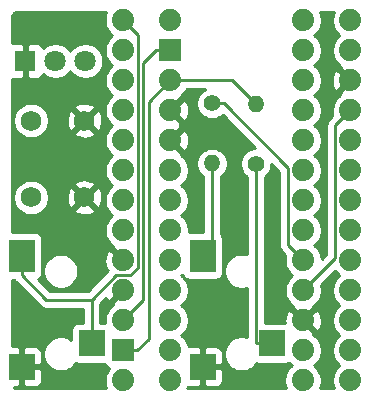
<source format=gbr>
G04 #@! TF.GenerationSoftware,KiCad,Pcbnew,(5.1.5-0-10_14)*
G04 #@! TF.CreationDate,2020-05-24T23:38:13-07:00*
G04 #@! TF.ProjectId,prost-pcb,70726f73-742d-4706-9362-2e6b69636164,0.1.0*
G04 #@! TF.SameCoordinates,Original*
G04 #@! TF.FileFunction,Copper,L2,Bot*
G04 #@! TF.FilePolarity,Positive*
%FSLAX46Y46*%
G04 Gerber Fmt 4.6, Leading zero omitted, Abs format (unit mm)*
G04 Created by KiCad (PCBNEW (5.1.5-0-10_14)) date 2020-05-24 23:38:13*
%MOMM*%
%LPD*%
G04 APERTURE LIST*
%ADD10R,2.200000X2.200000*%
%ADD11R,2.200000X2.800000*%
%ADD12C,1.800000*%
%ADD13R,1.800000X1.800000*%
%ADD14C,1.750000*%
%ADD15C,1.879600*%
%ADD16O,1.400000X1.400000*%
%ADD17C,1.400000*%
%ADD18R,1.879600X1.879600*%
%ADD19C,0.250000*%
%ADD20C,0.254000*%
G04 APERTURE END LIST*
D10*
X155000000Y-114100000D03*
D11*
X149100000Y-106700000D03*
D10*
X149100000Y-116100000D03*
X139700000Y-114100000D03*
D11*
X133800000Y-106700000D03*
D10*
X133800000Y-116100000D03*
D12*
X139180000Y-90200000D03*
X136640000Y-90200000D03*
D13*
X134100000Y-90200000D03*
D14*
X139100000Y-101750000D03*
X139100000Y-95250000D03*
X134600000Y-101750000D03*
X134600000Y-95250000D03*
D15*
X157600000Y-117240000D03*
X142380000Y-117240000D03*
D16*
X153600000Y-93820000D03*
D17*
X153600000Y-98900000D03*
D16*
X149900000Y-98880000D03*
D17*
X149900000Y-93800000D03*
D15*
X157620000Y-114700000D03*
X157620000Y-112160000D03*
X157620000Y-109620000D03*
X157620000Y-107080000D03*
X157620000Y-104540000D03*
X157620000Y-102000000D03*
X157620000Y-99460000D03*
X157620000Y-96920000D03*
X157620000Y-94380000D03*
X157620000Y-91840000D03*
X157620000Y-89300000D03*
X157620000Y-86760000D03*
X142380000Y-86760000D03*
X142380000Y-89300000D03*
X142380000Y-91840000D03*
X142380000Y-94380000D03*
X142380000Y-96920000D03*
X142380000Y-99460000D03*
X142380000Y-102000000D03*
X142380000Y-104540000D03*
X142380000Y-107080000D03*
X142380000Y-109620000D03*
X142380000Y-112160000D03*
D18*
X142380000Y-114700000D03*
D15*
X161620000Y-86760000D03*
X161620000Y-89300000D03*
X161620000Y-91840000D03*
X161620000Y-94380000D03*
X161620000Y-96920000D03*
X161620000Y-99460000D03*
X161620000Y-102000000D03*
X161620000Y-104540000D03*
X161620000Y-107080000D03*
X161620000Y-109620000D03*
X161620000Y-112160000D03*
X161620000Y-114700000D03*
X161620000Y-117240000D03*
X146380000Y-117240000D03*
X146380000Y-114700000D03*
X146380000Y-112160000D03*
X146380000Y-109620000D03*
X146380000Y-107080000D03*
X146380000Y-104540000D03*
X146380000Y-102000000D03*
X146380000Y-99460000D03*
X146380000Y-96920000D03*
X146380000Y-94380000D03*
X146380000Y-91840000D03*
D18*
X146380000Y-89300000D03*
D15*
X146380000Y-86760000D03*
D19*
X153650000Y-114100000D02*
X155000000Y-114100000D01*
X153600000Y-114050000D02*
X153650000Y-114100000D01*
X153600000Y-98900000D02*
X153600000Y-114050000D01*
X149900000Y-105900000D02*
X149100000Y-106700000D01*
X149900000Y-98880000D02*
X149900000Y-105900000D01*
X139700000Y-112750000D02*
X139700000Y-114100000D01*
X141772895Y-108355199D02*
X139700000Y-110428094D01*
X139700000Y-110428094D02*
X139700000Y-112750000D01*
X142976707Y-108355199D02*
X141772895Y-108355199D01*
X143644801Y-107687105D02*
X142976707Y-108355199D01*
X143644801Y-88024801D02*
X143644801Y-107687105D01*
X142380000Y-86760000D02*
X143644801Y-88024801D01*
X135878094Y-110428094D02*
X139700000Y-110428094D01*
X133800000Y-108350000D02*
X135878094Y-110428094D01*
X133800000Y-106700000D02*
X133800000Y-108350000D01*
X158559799Y-108680201D02*
X157620000Y-109620000D01*
X160355199Y-106884801D02*
X158559799Y-108680201D01*
X160355199Y-95644801D02*
X160355199Y-106884801D01*
X161620000Y-94380000D02*
X160355199Y-95644801D01*
X142380000Y-114288094D02*
X142380000Y-114700000D01*
X151620000Y-91840000D02*
X146380000Y-91840000D01*
X153600000Y-93820000D02*
X151620000Y-91840000D01*
X142380000Y-114700000D02*
X143569800Y-114700000D01*
X143569800Y-114700000D02*
X144544821Y-113724979D01*
X144544821Y-93675179D02*
X146380000Y-91840000D01*
X144544821Y-113724979D02*
X144544821Y-93675179D01*
X145190200Y-89300000D02*
X146380000Y-89300000D01*
X144094811Y-90395389D02*
X145190200Y-89300000D01*
X144094811Y-110445189D02*
X144094811Y-90395389D01*
X142380000Y-112160000D02*
X144094811Y-110445189D01*
X156355199Y-105815199D02*
X156680201Y-106140201D01*
X156680201Y-106140201D02*
X157620000Y-107080000D01*
X156355199Y-99265250D02*
X156355199Y-105815199D01*
X150889949Y-93800000D02*
X156355199Y-99265250D01*
X149900000Y-93800000D02*
X150889949Y-93800000D01*
D20*
G36*
X155595199Y-99580052D02*
G01*
X155595200Y-105777867D01*
X155591523Y-105815199D01*
X155606197Y-105964184D01*
X155649653Y-106107445D01*
X155720225Y-106239475D01*
X155787133Y-106321002D01*
X155815199Y-106355200D01*
X155844197Y-106378998D01*
X156102421Y-106637222D01*
X156045200Y-106924896D01*
X156045200Y-107235104D01*
X156105718Y-107539352D01*
X156224430Y-107825948D01*
X156396773Y-108083877D01*
X156616123Y-108303227D01*
X156686124Y-108350000D01*
X156616123Y-108396773D01*
X156396773Y-108616123D01*
X156224430Y-108874052D01*
X156105718Y-109160648D01*
X156045200Y-109464896D01*
X156045200Y-109775104D01*
X156105718Y-110079352D01*
X156224430Y-110365948D01*
X156396773Y-110623877D01*
X156616123Y-110843227D01*
X156752714Y-110934495D01*
X156707129Y-111067524D01*
X157620000Y-111980395D01*
X158532871Y-111067524D01*
X158487286Y-110934495D01*
X158623877Y-110843227D01*
X158843227Y-110623877D01*
X159015570Y-110365948D01*
X159134282Y-110079352D01*
X159194800Y-109775104D01*
X159194800Y-109464896D01*
X159137579Y-109177222D01*
X160330343Y-107984458D01*
X160396773Y-108083877D01*
X160616123Y-108303227D01*
X160686124Y-108350000D01*
X160616123Y-108396773D01*
X160396773Y-108616123D01*
X160224430Y-108874052D01*
X160105718Y-109160648D01*
X160045200Y-109464896D01*
X160045200Y-109775104D01*
X160105718Y-110079352D01*
X160224430Y-110365948D01*
X160396773Y-110623877D01*
X160616123Y-110843227D01*
X160686124Y-110890000D01*
X160616123Y-110936773D01*
X160396773Y-111156123D01*
X160224430Y-111414052D01*
X160105718Y-111700648D01*
X160045200Y-112004896D01*
X160045200Y-112315104D01*
X160105718Y-112619352D01*
X160224430Y-112905948D01*
X160396773Y-113163877D01*
X160616123Y-113383227D01*
X160686124Y-113430000D01*
X160616123Y-113476773D01*
X160396773Y-113696123D01*
X160224430Y-113954052D01*
X160105718Y-114240648D01*
X160045200Y-114544896D01*
X160045200Y-114855104D01*
X160105718Y-115159352D01*
X160224430Y-115445948D01*
X160396773Y-115703877D01*
X160616123Y-115923227D01*
X160686124Y-115970000D01*
X160616123Y-116016773D01*
X160396773Y-116236123D01*
X160224430Y-116494052D01*
X160105718Y-116780648D01*
X160045200Y-117084896D01*
X160045200Y-117395104D01*
X160105718Y-117699352D01*
X160190900Y-117905000D01*
X159029100Y-117905000D01*
X159114282Y-117699352D01*
X159174800Y-117395104D01*
X159174800Y-117084896D01*
X159114282Y-116780648D01*
X158995570Y-116494052D01*
X158823227Y-116236123D01*
X158603877Y-116016773D01*
X158543876Y-115976682D01*
X158623877Y-115923227D01*
X158843227Y-115703877D01*
X159015570Y-115445948D01*
X159134282Y-115159352D01*
X159194800Y-114855104D01*
X159194800Y-114544896D01*
X159134282Y-114240648D01*
X159015570Y-113954052D01*
X158843227Y-113696123D01*
X158623877Y-113476773D01*
X158487286Y-113385505D01*
X158532871Y-113252476D01*
X157620000Y-112339605D01*
X157605858Y-112353748D01*
X157426253Y-112174143D01*
X157440395Y-112160000D01*
X157799605Y-112160000D01*
X158712476Y-113072871D01*
X158970723Y-112984377D01*
X159105597Y-112705024D01*
X159183381Y-112404725D01*
X159201084Y-112095023D01*
X159158027Y-111787816D01*
X159055865Y-111494914D01*
X158970723Y-111335623D01*
X158712476Y-111247129D01*
X157799605Y-112160000D01*
X157440395Y-112160000D01*
X156527524Y-111247129D01*
X156269277Y-111335623D01*
X156134403Y-111614976D01*
X156056619Y-111915275D01*
X156038916Y-112224977D01*
X156058111Y-112361928D01*
X154360000Y-112361928D01*
X154360000Y-99997775D01*
X154451013Y-99936962D01*
X154636962Y-99751013D01*
X154783061Y-99532359D01*
X154883696Y-99289405D01*
X154935000Y-99031486D01*
X154935000Y-98919853D01*
X155595199Y-99580052D01*
G37*
X155595199Y-99580052D02*
X155595200Y-105777867D01*
X155591523Y-105815199D01*
X155606197Y-105964184D01*
X155649653Y-106107445D01*
X155720225Y-106239475D01*
X155787133Y-106321002D01*
X155815199Y-106355200D01*
X155844197Y-106378998D01*
X156102421Y-106637222D01*
X156045200Y-106924896D01*
X156045200Y-107235104D01*
X156105718Y-107539352D01*
X156224430Y-107825948D01*
X156396773Y-108083877D01*
X156616123Y-108303227D01*
X156686124Y-108350000D01*
X156616123Y-108396773D01*
X156396773Y-108616123D01*
X156224430Y-108874052D01*
X156105718Y-109160648D01*
X156045200Y-109464896D01*
X156045200Y-109775104D01*
X156105718Y-110079352D01*
X156224430Y-110365948D01*
X156396773Y-110623877D01*
X156616123Y-110843227D01*
X156752714Y-110934495D01*
X156707129Y-111067524D01*
X157620000Y-111980395D01*
X158532871Y-111067524D01*
X158487286Y-110934495D01*
X158623877Y-110843227D01*
X158843227Y-110623877D01*
X159015570Y-110365948D01*
X159134282Y-110079352D01*
X159194800Y-109775104D01*
X159194800Y-109464896D01*
X159137579Y-109177222D01*
X160330343Y-107984458D01*
X160396773Y-108083877D01*
X160616123Y-108303227D01*
X160686124Y-108350000D01*
X160616123Y-108396773D01*
X160396773Y-108616123D01*
X160224430Y-108874052D01*
X160105718Y-109160648D01*
X160045200Y-109464896D01*
X160045200Y-109775104D01*
X160105718Y-110079352D01*
X160224430Y-110365948D01*
X160396773Y-110623877D01*
X160616123Y-110843227D01*
X160686124Y-110890000D01*
X160616123Y-110936773D01*
X160396773Y-111156123D01*
X160224430Y-111414052D01*
X160105718Y-111700648D01*
X160045200Y-112004896D01*
X160045200Y-112315104D01*
X160105718Y-112619352D01*
X160224430Y-112905948D01*
X160396773Y-113163877D01*
X160616123Y-113383227D01*
X160686124Y-113430000D01*
X160616123Y-113476773D01*
X160396773Y-113696123D01*
X160224430Y-113954052D01*
X160105718Y-114240648D01*
X160045200Y-114544896D01*
X160045200Y-114855104D01*
X160105718Y-115159352D01*
X160224430Y-115445948D01*
X160396773Y-115703877D01*
X160616123Y-115923227D01*
X160686124Y-115970000D01*
X160616123Y-116016773D01*
X160396773Y-116236123D01*
X160224430Y-116494052D01*
X160105718Y-116780648D01*
X160045200Y-117084896D01*
X160045200Y-117395104D01*
X160105718Y-117699352D01*
X160190900Y-117905000D01*
X159029100Y-117905000D01*
X159114282Y-117699352D01*
X159174800Y-117395104D01*
X159174800Y-117084896D01*
X159114282Y-116780648D01*
X158995570Y-116494052D01*
X158823227Y-116236123D01*
X158603877Y-116016773D01*
X158543876Y-115976682D01*
X158623877Y-115923227D01*
X158843227Y-115703877D01*
X159015570Y-115445948D01*
X159134282Y-115159352D01*
X159194800Y-114855104D01*
X159194800Y-114544896D01*
X159134282Y-114240648D01*
X159015570Y-113954052D01*
X158843227Y-113696123D01*
X158623877Y-113476773D01*
X158487286Y-113385505D01*
X158532871Y-113252476D01*
X157620000Y-112339605D01*
X157605858Y-112353748D01*
X157426253Y-112174143D01*
X157440395Y-112160000D01*
X157799605Y-112160000D01*
X158712476Y-113072871D01*
X158970723Y-112984377D01*
X159105597Y-112705024D01*
X159183381Y-112404725D01*
X159201084Y-112095023D01*
X159158027Y-111787816D01*
X159055865Y-111494914D01*
X158970723Y-111335623D01*
X158712476Y-111247129D01*
X157799605Y-112160000D01*
X157440395Y-112160000D01*
X156527524Y-111247129D01*
X156269277Y-111335623D01*
X156134403Y-111614976D01*
X156056619Y-111915275D01*
X156038916Y-112224977D01*
X156058111Y-112361928D01*
X154360000Y-112361928D01*
X154360000Y-99997775D01*
X154451013Y-99936962D01*
X154636962Y-99751013D01*
X154783061Y-99532359D01*
X154883696Y-99289405D01*
X154935000Y-99031486D01*
X154935000Y-98919853D01*
X155595199Y-99580052D01*
G36*
X133165026Y-108774276D02*
G01*
X133210090Y-108829186D01*
X133260000Y-108890001D01*
X133288998Y-108913799D01*
X135314295Y-110939097D01*
X135338093Y-110968095D01*
X135453818Y-111063068D01*
X135585847Y-111133640D01*
X135729108Y-111177097D01*
X135840761Y-111188094D01*
X135840769Y-111188094D01*
X135878094Y-111191770D01*
X135915419Y-111188094D01*
X138940000Y-111188094D01*
X138940001Y-112361928D01*
X138600000Y-112361928D01*
X138475518Y-112374188D01*
X138355820Y-112410498D01*
X138245506Y-112469463D01*
X138148815Y-112548815D01*
X138069463Y-112645506D01*
X138010498Y-112755820D01*
X137974188Y-112875518D01*
X137961928Y-113000000D01*
X137961928Y-113789928D01*
X137803411Y-113684010D01*
X137533158Y-113572068D01*
X137246260Y-113515000D01*
X136953740Y-113515000D01*
X136666842Y-113572068D01*
X136396589Y-113684010D01*
X136153368Y-113846525D01*
X135946525Y-114053368D01*
X135784010Y-114296589D01*
X135672068Y-114566842D01*
X135615000Y-114853740D01*
X135615000Y-115146260D01*
X135672068Y-115433158D01*
X135784010Y-115703411D01*
X135946525Y-115946632D01*
X136153368Y-116153475D01*
X136396589Y-116315990D01*
X136666842Y-116427932D01*
X136953740Y-116485000D01*
X137246260Y-116485000D01*
X137533158Y-116427932D01*
X137803411Y-116315990D01*
X138046632Y-116153475D01*
X138253475Y-115946632D01*
X138358020Y-115790169D01*
X138475518Y-115825812D01*
X138600000Y-115838072D01*
X140800000Y-115838072D01*
X140835705Y-115834555D01*
X140850698Y-115883980D01*
X140909663Y-115994294D01*
X140989015Y-116090985D01*
X141085706Y-116170337D01*
X141174889Y-116218007D01*
X141156773Y-116236123D01*
X140984430Y-116494052D01*
X140865718Y-116780648D01*
X140805200Y-117084896D01*
X140805200Y-117395104D01*
X140865718Y-117699352D01*
X140950900Y-117905000D01*
X133333991Y-117905000D01*
X133241406Y-117895922D01*
X133185044Y-117878905D01*
X133133057Y-117851263D01*
X133114963Y-117836506D01*
X133514250Y-117835000D01*
X133673000Y-117676250D01*
X133673000Y-116227000D01*
X133927000Y-116227000D01*
X133927000Y-117676250D01*
X134085750Y-117835000D01*
X134900000Y-117838072D01*
X135024482Y-117825812D01*
X135144180Y-117789502D01*
X135254494Y-117730537D01*
X135351185Y-117651185D01*
X135430537Y-117554494D01*
X135489502Y-117444180D01*
X135525812Y-117324482D01*
X135538072Y-117200000D01*
X135535000Y-116385750D01*
X135376250Y-116227000D01*
X133927000Y-116227000D01*
X133673000Y-116227000D01*
X133653000Y-116227000D01*
X133653000Y-115973000D01*
X133673000Y-115973000D01*
X133673000Y-114523750D01*
X133927000Y-114523750D01*
X133927000Y-115973000D01*
X135376250Y-115973000D01*
X135535000Y-115814250D01*
X135538072Y-115000000D01*
X135525812Y-114875518D01*
X135489502Y-114755820D01*
X135430537Y-114645506D01*
X135351185Y-114548815D01*
X135254494Y-114469463D01*
X135144180Y-114410498D01*
X135024482Y-114374188D01*
X134900000Y-114361928D01*
X134085750Y-114365000D01*
X133927000Y-114523750D01*
X133673000Y-114523750D01*
X133514250Y-114365000D01*
X132995000Y-114363041D01*
X132995000Y-108738072D01*
X133145674Y-108738072D01*
X133165026Y-108774276D01*
G37*
X133165026Y-108774276D02*
X133210090Y-108829186D01*
X133260000Y-108890001D01*
X133288998Y-108913799D01*
X135314295Y-110939097D01*
X135338093Y-110968095D01*
X135453818Y-111063068D01*
X135585847Y-111133640D01*
X135729108Y-111177097D01*
X135840761Y-111188094D01*
X135840769Y-111188094D01*
X135878094Y-111191770D01*
X135915419Y-111188094D01*
X138940000Y-111188094D01*
X138940001Y-112361928D01*
X138600000Y-112361928D01*
X138475518Y-112374188D01*
X138355820Y-112410498D01*
X138245506Y-112469463D01*
X138148815Y-112548815D01*
X138069463Y-112645506D01*
X138010498Y-112755820D01*
X137974188Y-112875518D01*
X137961928Y-113000000D01*
X137961928Y-113789928D01*
X137803411Y-113684010D01*
X137533158Y-113572068D01*
X137246260Y-113515000D01*
X136953740Y-113515000D01*
X136666842Y-113572068D01*
X136396589Y-113684010D01*
X136153368Y-113846525D01*
X135946525Y-114053368D01*
X135784010Y-114296589D01*
X135672068Y-114566842D01*
X135615000Y-114853740D01*
X135615000Y-115146260D01*
X135672068Y-115433158D01*
X135784010Y-115703411D01*
X135946525Y-115946632D01*
X136153368Y-116153475D01*
X136396589Y-116315990D01*
X136666842Y-116427932D01*
X136953740Y-116485000D01*
X137246260Y-116485000D01*
X137533158Y-116427932D01*
X137803411Y-116315990D01*
X138046632Y-116153475D01*
X138253475Y-115946632D01*
X138358020Y-115790169D01*
X138475518Y-115825812D01*
X138600000Y-115838072D01*
X140800000Y-115838072D01*
X140835705Y-115834555D01*
X140850698Y-115883980D01*
X140909663Y-115994294D01*
X140989015Y-116090985D01*
X141085706Y-116170337D01*
X141174889Y-116218007D01*
X141156773Y-116236123D01*
X140984430Y-116494052D01*
X140865718Y-116780648D01*
X140805200Y-117084896D01*
X140805200Y-117395104D01*
X140865718Y-117699352D01*
X140950900Y-117905000D01*
X133333991Y-117905000D01*
X133241406Y-117895922D01*
X133185044Y-117878905D01*
X133133057Y-117851263D01*
X133114963Y-117836506D01*
X133514250Y-117835000D01*
X133673000Y-117676250D01*
X133673000Y-116227000D01*
X133927000Y-116227000D01*
X133927000Y-117676250D01*
X134085750Y-117835000D01*
X134900000Y-117838072D01*
X135024482Y-117825812D01*
X135144180Y-117789502D01*
X135254494Y-117730537D01*
X135351185Y-117651185D01*
X135430537Y-117554494D01*
X135489502Y-117444180D01*
X135525812Y-117324482D01*
X135538072Y-117200000D01*
X135535000Y-116385750D01*
X135376250Y-116227000D01*
X133927000Y-116227000D01*
X133673000Y-116227000D01*
X133653000Y-116227000D01*
X133653000Y-115973000D01*
X133673000Y-115973000D01*
X133673000Y-114523750D01*
X133927000Y-114523750D01*
X133927000Y-115973000D01*
X135376250Y-115973000D01*
X135535000Y-115814250D01*
X135538072Y-115000000D01*
X135525812Y-114875518D01*
X135489502Y-114755820D01*
X135430537Y-114645506D01*
X135351185Y-114548815D01*
X135254494Y-114469463D01*
X135144180Y-114410498D01*
X135024482Y-114374188D01*
X134900000Y-114361928D01*
X134085750Y-114365000D01*
X133927000Y-114523750D01*
X133673000Y-114523750D01*
X133514250Y-114365000D01*
X132995000Y-114363041D01*
X132995000Y-108738072D01*
X133145674Y-108738072D01*
X133165026Y-108774276D01*
G36*
X149267641Y-92616939D02*
G01*
X149048987Y-92763038D01*
X148863038Y-92948987D01*
X148716939Y-93167641D01*
X148616304Y-93410595D01*
X148565000Y-93668514D01*
X148565000Y-93931486D01*
X148616304Y-94189405D01*
X148716939Y-94432359D01*
X148863038Y-94651013D01*
X149048987Y-94836962D01*
X149267641Y-94983061D01*
X149510595Y-95083696D01*
X149768514Y-95135000D01*
X150031486Y-95135000D01*
X150289405Y-95083696D01*
X150532359Y-94983061D01*
X150751013Y-94836962D01*
X150801561Y-94786414D01*
X153580147Y-97565000D01*
X153468514Y-97565000D01*
X153210595Y-97616304D01*
X152967641Y-97716939D01*
X152748987Y-97863038D01*
X152563038Y-98048987D01*
X152416939Y-98267641D01*
X152316304Y-98510595D01*
X152265000Y-98768514D01*
X152265000Y-99031486D01*
X152316304Y-99289405D01*
X152416939Y-99532359D01*
X152563038Y-99751013D01*
X152748987Y-99936962D01*
X152840000Y-99997775D01*
X152840001Y-106574902D01*
X152833158Y-106572068D01*
X152546260Y-106515000D01*
X152253740Y-106515000D01*
X151966842Y-106572068D01*
X151696589Y-106684010D01*
X151453368Y-106846525D01*
X151246525Y-107053368D01*
X151084010Y-107296589D01*
X150972068Y-107566842D01*
X150915000Y-107853740D01*
X150915000Y-108146260D01*
X150972068Y-108433158D01*
X151084010Y-108703411D01*
X151246525Y-108946632D01*
X151453368Y-109153475D01*
X151696589Y-109315990D01*
X151966842Y-109427932D01*
X152253740Y-109485000D01*
X152546260Y-109485000D01*
X152833158Y-109427932D01*
X152840001Y-109425098D01*
X152840001Y-113574902D01*
X152833158Y-113572068D01*
X152546260Y-113515000D01*
X152253740Y-113515000D01*
X151966842Y-113572068D01*
X151696589Y-113684010D01*
X151453368Y-113846525D01*
X151246525Y-114053368D01*
X151084010Y-114296589D01*
X150972068Y-114566842D01*
X150915000Y-114853740D01*
X150915000Y-115146260D01*
X150972068Y-115433158D01*
X151084010Y-115703411D01*
X151246525Y-115946632D01*
X151453368Y-116153475D01*
X151696589Y-116315990D01*
X151966842Y-116427932D01*
X152253740Y-116485000D01*
X152546260Y-116485000D01*
X152833158Y-116427932D01*
X153103411Y-116315990D01*
X153346632Y-116153475D01*
X153553475Y-115946632D01*
X153658020Y-115790169D01*
X153775518Y-115825812D01*
X153900000Y-115838072D01*
X156100000Y-115838072D01*
X156224482Y-115825812D01*
X156344180Y-115789502D01*
X156434252Y-115741356D01*
X156616123Y-115923227D01*
X156676124Y-115963318D01*
X156596123Y-116016773D01*
X156376773Y-116236123D01*
X156204430Y-116494052D01*
X156085718Y-116780648D01*
X156025200Y-117084896D01*
X156025200Y-117395104D01*
X156085718Y-117699352D01*
X156170900Y-117905000D01*
X147809100Y-117905000D01*
X147845653Y-117816753D01*
X147875518Y-117825812D01*
X148000000Y-117838072D01*
X148814250Y-117835000D01*
X148973000Y-117676250D01*
X148973000Y-116227000D01*
X149227000Y-116227000D01*
X149227000Y-117676250D01*
X149385750Y-117835000D01*
X150200000Y-117838072D01*
X150324482Y-117825812D01*
X150444180Y-117789502D01*
X150554494Y-117730537D01*
X150651185Y-117651185D01*
X150730537Y-117554494D01*
X150789502Y-117444180D01*
X150825812Y-117324482D01*
X150838072Y-117200000D01*
X150835000Y-116385750D01*
X150676250Y-116227000D01*
X149227000Y-116227000D01*
X148973000Y-116227000D01*
X148953000Y-116227000D01*
X148953000Y-115973000D01*
X148973000Y-115973000D01*
X148973000Y-114523750D01*
X149227000Y-114523750D01*
X149227000Y-115973000D01*
X150676250Y-115973000D01*
X150835000Y-115814250D01*
X150838072Y-115000000D01*
X150825812Y-114875518D01*
X150789502Y-114755820D01*
X150730537Y-114645506D01*
X150651185Y-114548815D01*
X150554494Y-114469463D01*
X150444180Y-114410498D01*
X150324482Y-114374188D01*
X150200000Y-114361928D01*
X149385750Y-114365000D01*
X149227000Y-114523750D01*
X148973000Y-114523750D01*
X148814250Y-114365000D01*
X148000000Y-114361928D01*
X147919974Y-114369810D01*
X147894282Y-114240648D01*
X147775570Y-113954052D01*
X147603227Y-113696123D01*
X147383877Y-113476773D01*
X147313876Y-113430000D01*
X147383877Y-113383227D01*
X147603227Y-113163877D01*
X147775570Y-112905948D01*
X147894282Y-112619352D01*
X147954800Y-112315104D01*
X147954800Y-112004896D01*
X147894282Y-111700648D01*
X147775570Y-111414052D01*
X147603227Y-111156123D01*
X147383877Y-110936773D01*
X147313876Y-110890000D01*
X147383877Y-110843227D01*
X147603227Y-110623877D01*
X147775570Y-110365948D01*
X147894282Y-110079352D01*
X147954800Y-109775104D01*
X147954800Y-109464896D01*
X147894282Y-109160648D01*
X147775570Y-108874052D01*
X147603227Y-108616123D01*
X147383877Y-108396773D01*
X147313876Y-108350000D01*
X147383877Y-108303227D01*
X147394771Y-108292333D01*
X147410498Y-108344180D01*
X147469463Y-108454494D01*
X147548815Y-108551185D01*
X147645506Y-108630537D01*
X147755820Y-108689502D01*
X147875518Y-108725812D01*
X148000000Y-108738072D01*
X150200000Y-108738072D01*
X150324482Y-108725812D01*
X150444180Y-108689502D01*
X150554494Y-108630537D01*
X150651185Y-108551185D01*
X150730537Y-108454494D01*
X150789502Y-108344180D01*
X150825812Y-108224482D01*
X150838072Y-108100000D01*
X150838072Y-105300000D01*
X150825812Y-105175518D01*
X150789502Y-105055820D01*
X150730537Y-104945506D01*
X150660000Y-104859556D01*
X150660000Y-99977775D01*
X150751013Y-99916962D01*
X150936962Y-99731013D01*
X151083061Y-99512359D01*
X151183696Y-99269405D01*
X151235000Y-99011486D01*
X151235000Y-98748514D01*
X151183696Y-98490595D01*
X151083061Y-98247641D01*
X150936962Y-98028987D01*
X150751013Y-97843038D01*
X150532359Y-97696939D01*
X150289405Y-97596304D01*
X150031486Y-97545000D01*
X149768514Y-97545000D01*
X149510595Y-97596304D01*
X149267641Y-97696939D01*
X149048987Y-97843038D01*
X148863038Y-98028987D01*
X148716939Y-98247641D01*
X148616304Y-98490595D01*
X148565000Y-98748514D01*
X148565000Y-99011486D01*
X148616304Y-99269405D01*
X148716939Y-99512359D01*
X148863038Y-99731013D01*
X149048987Y-99916962D01*
X149140000Y-99977775D01*
X149140001Y-104661928D01*
X148000000Y-104661928D01*
X147954800Y-104666380D01*
X147954800Y-104384896D01*
X147894282Y-104080648D01*
X147775570Y-103794052D01*
X147603227Y-103536123D01*
X147383877Y-103316773D01*
X147313876Y-103270000D01*
X147383877Y-103223227D01*
X147603227Y-103003877D01*
X147775570Y-102745948D01*
X147894282Y-102459352D01*
X147954800Y-102155104D01*
X147954800Y-101844896D01*
X147894282Y-101540648D01*
X147775570Y-101254052D01*
X147603227Y-100996123D01*
X147383877Y-100776773D01*
X147313876Y-100730000D01*
X147383877Y-100683227D01*
X147603227Y-100463877D01*
X147775570Y-100205948D01*
X147894282Y-99919352D01*
X147954800Y-99615104D01*
X147954800Y-99304896D01*
X147894282Y-99000648D01*
X147775570Y-98714052D01*
X147603227Y-98456123D01*
X147383877Y-98236773D01*
X147247286Y-98145505D01*
X147292871Y-98012476D01*
X146380000Y-97099605D01*
X146365858Y-97113748D01*
X146186253Y-96934143D01*
X146200395Y-96920000D01*
X146559605Y-96920000D01*
X147472476Y-97832871D01*
X147730723Y-97744377D01*
X147865597Y-97465024D01*
X147943381Y-97164725D01*
X147961084Y-96855023D01*
X147918027Y-96547816D01*
X147815865Y-96254914D01*
X147730723Y-96095623D01*
X147472476Y-96007129D01*
X146559605Y-96920000D01*
X146200395Y-96920000D01*
X146186253Y-96905858D01*
X146365858Y-96726253D01*
X146380000Y-96740395D01*
X147292871Y-95827524D01*
X147232039Y-95650000D01*
X147292871Y-95472476D01*
X146380000Y-94559605D01*
X146365858Y-94573748D01*
X146186253Y-94394143D01*
X146200395Y-94380000D01*
X146559605Y-94380000D01*
X147472476Y-95292871D01*
X147730723Y-95204377D01*
X147865597Y-94925024D01*
X147943381Y-94624725D01*
X147961084Y-94315023D01*
X147918027Y-94007816D01*
X147815865Y-93714914D01*
X147730723Y-93555623D01*
X147472476Y-93467129D01*
X146559605Y-94380000D01*
X146200395Y-94380000D01*
X146186253Y-94365858D01*
X146365858Y-94186253D01*
X146380000Y-94200395D01*
X147292871Y-93287524D01*
X147247286Y-93154495D01*
X147383877Y-93063227D01*
X147603227Y-92843877D01*
X147766181Y-92600000D01*
X149308535Y-92600000D01*
X149267641Y-92616939D01*
G37*
X149267641Y-92616939D02*
X149048987Y-92763038D01*
X148863038Y-92948987D01*
X148716939Y-93167641D01*
X148616304Y-93410595D01*
X148565000Y-93668514D01*
X148565000Y-93931486D01*
X148616304Y-94189405D01*
X148716939Y-94432359D01*
X148863038Y-94651013D01*
X149048987Y-94836962D01*
X149267641Y-94983061D01*
X149510595Y-95083696D01*
X149768514Y-95135000D01*
X150031486Y-95135000D01*
X150289405Y-95083696D01*
X150532359Y-94983061D01*
X150751013Y-94836962D01*
X150801561Y-94786414D01*
X153580147Y-97565000D01*
X153468514Y-97565000D01*
X153210595Y-97616304D01*
X152967641Y-97716939D01*
X152748987Y-97863038D01*
X152563038Y-98048987D01*
X152416939Y-98267641D01*
X152316304Y-98510595D01*
X152265000Y-98768514D01*
X152265000Y-99031486D01*
X152316304Y-99289405D01*
X152416939Y-99532359D01*
X152563038Y-99751013D01*
X152748987Y-99936962D01*
X152840000Y-99997775D01*
X152840001Y-106574902D01*
X152833158Y-106572068D01*
X152546260Y-106515000D01*
X152253740Y-106515000D01*
X151966842Y-106572068D01*
X151696589Y-106684010D01*
X151453368Y-106846525D01*
X151246525Y-107053368D01*
X151084010Y-107296589D01*
X150972068Y-107566842D01*
X150915000Y-107853740D01*
X150915000Y-108146260D01*
X150972068Y-108433158D01*
X151084010Y-108703411D01*
X151246525Y-108946632D01*
X151453368Y-109153475D01*
X151696589Y-109315990D01*
X151966842Y-109427932D01*
X152253740Y-109485000D01*
X152546260Y-109485000D01*
X152833158Y-109427932D01*
X152840001Y-109425098D01*
X152840001Y-113574902D01*
X152833158Y-113572068D01*
X152546260Y-113515000D01*
X152253740Y-113515000D01*
X151966842Y-113572068D01*
X151696589Y-113684010D01*
X151453368Y-113846525D01*
X151246525Y-114053368D01*
X151084010Y-114296589D01*
X150972068Y-114566842D01*
X150915000Y-114853740D01*
X150915000Y-115146260D01*
X150972068Y-115433158D01*
X151084010Y-115703411D01*
X151246525Y-115946632D01*
X151453368Y-116153475D01*
X151696589Y-116315990D01*
X151966842Y-116427932D01*
X152253740Y-116485000D01*
X152546260Y-116485000D01*
X152833158Y-116427932D01*
X153103411Y-116315990D01*
X153346632Y-116153475D01*
X153553475Y-115946632D01*
X153658020Y-115790169D01*
X153775518Y-115825812D01*
X153900000Y-115838072D01*
X156100000Y-115838072D01*
X156224482Y-115825812D01*
X156344180Y-115789502D01*
X156434252Y-115741356D01*
X156616123Y-115923227D01*
X156676124Y-115963318D01*
X156596123Y-116016773D01*
X156376773Y-116236123D01*
X156204430Y-116494052D01*
X156085718Y-116780648D01*
X156025200Y-117084896D01*
X156025200Y-117395104D01*
X156085718Y-117699352D01*
X156170900Y-117905000D01*
X147809100Y-117905000D01*
X147845653Y-117816753D01*
X147875518Y-117825812D01*
X148000000Y-117838072D01*
X148814250Y-117835000D01*
X148973000Y-117676250D01*
X148973000Y-116227000D01*
X149227000Y-116227000D01*
X149227000Y-117676250D01*
X149385750Y-117835000D01*
X150200000Y-117838072D01*
X150324482Y-117825812D01*
X150444180Y-117789502D01*
X150554494Y-117730537D01*
X150651185Y-117651185D01*
X150730537Y-117554494D01*
X150789502Y-117444180D01*
X150825812Y-117324482D01*
X150838072Y-117200000D01*
X150835000Y-116385750D01*
X150676250Y-116227000D01*
X149227000Y-116227000D01*
X148973000Y-116227000D01*
X148953000Y-116227000D01*
X148953000Y-115973000D01*
X148973000Y-115973000D01*
X148973000Y-114523750D01*
X149227000Y-114523750D01*
X149227000Y-115973000D01*
X150676250Y-115973000D01*
X150835000Y-115814250D01*
X150838072Y-115000000D01*
X150825812Y-114875518D01*
X150789502Y-114755820D01*
X150730537Y-114645506D01*
X150651185Y-114548815D01*
X150554494Y-114469463D01*
X150444180Y-114410498D01*
X150324482Y-114374188D01*
X150200000Y-114361928D01*
X149385750Y-114365000D01*
X149227000Y-114523750D01*
X148973000Y-114523750D01*
X148814250Y-114365000D01*
X148000000Y-114361928D01*
X147919974Y-114369810D01*
X147894282Y-114240648D01*
X147775570Y-113954052D01*
X147603227Y-113696123D01*
X147383877Y-113476773D01*
X147313876Y-113430000D01*
X147383877Y-113383227D01*
X147603227Y-113163877D01*
X147775570Y-112905948D01*
X147894282Y-112619352D01*
X147954800Y-112315104D01*
X147954800Y-112004896D01*
X147894282Y-111700648D01*
X147775570Y-111414052D01*
X147603227Y-111156123D01*
X147383877Y-110936773D01*
X147313876Y-110890000D01*
X147383877Y-110843227D01*
X147603227Y-110623877D01*
X147775570Y-110365948D01*
X147894282Y-110079352D01*
X147954800Y-109775104D01*
X147954800Y-109464896D01*
X147894282Y-109160648D01*
X147775570Y-108874052D01*
X147603227Y-108616123D01*
X147383877Y-108396773D01*
X147313876Y-108350000D01*
X147383877Y-108303227D01*
X147394771Y-108292333D01*
X147410498Y-108344180D01*
X147469463Y-108454494D01*
X147548815Y-108551185D01*
X147645506Y-108630537D01*
X147755820Y-108689502D01*
X147875518Y-108725812D01*
X148000000Y-108738072D01*
X150200000Y-108738072D01*
X150324482Y-108725812D01*
X150444180Y-108689502D01*
X150554494Y-108630537D01*
X150651185Y-108551185D01*
X150730537Y-108454494D01*
X150789502Y-108344180D01*
X150825812Y-108224482D01*
X150838072Y-108100000D01*
X150838072Y-105300000D01*
X150825812Y-105175518D01*
X150789502Y-105055820D01*
X150730537Y-104945506D01*
X150660000Y-104859556D01*
X150660000Y-99977775D01*
X150751013Y-99916962D01*
X150936962Y-99731013D01*
X151083061Y-99512359D01*
X151183696Y-99269405D01*
X151235000Y-99011486D01*
X151235000Y-98748514D01*
X151183696Y-98490595D01*
X151083061Y-98247641D01*
X150936962Y-98028987D01*
X150751013Y-97843038D01*
X150532359Y-97696939D01*
X150289405Y-97596304D01*
X150031486Y-97545000D01*
X149768514Y-97545000D01*
X149510595Y-97596304D01*
X149267641Y-97696939D01*
X149048987Y-97843038D01*
X148863038Y-98028987D01*
X148716939Y-98247641D01*
X148616304Y-98490595D01*
X148565000Y-98748514D01*
X148565000Y-99011486D01*
X148616304Y-99269405D01*
X148716939Y-99512359D01*
X148863038Y-99731013D01*
X149048987Y-99916962D01*
X149140000Y-99977775D01*
X149140001Y-104661928D01*
X148000000Y-104661928D01*
X147954800Y-104666380D01*
X147954800Y-104384896D01*
X147894282Y-104080648D01*
X147775570Y-103794052D01*
X147603227Y-103536123D01*
X147383877Y-103316773D01*
X147313876Y-103270000D01*
X147383877Y-103223227D01*
X147603227Y-103003877D01*
X147775570Y-102745948D01*
X147894282Y-102459352D01*
X147954800Y-102155104D01*
X147954800Y-101844896D01*
X147894282Y-101540648D01*
X147775570Y-101254052D01*
X147603227Y-100996123D01*
X147383877Y-100776773D01*
X147313876Y-100730000D01*
X147383877Y-100683227D01*
X147603227Y-100463877D01*
X147775570Y-100205948D01*
X147894282Y-99919352D01*
X147954800Y-99615104D01*
X147954800Y-99304896D01*
X147894282Y-99000648D01*
X147775570Y-98714052D01*
X147603227Y-98456123D01*
X147383877Y-98236773D01*
X147247286Y-98145505D01*
X147292871Y-98012476D01*
X146380000Y-97099605D01*
X146365858Y-97113748D01*
X146186253Y-96934143D01*
X146200395Y-96920000D01*
X146559605Y-96920000D01*
X147472476Y-97832871D01*
X147730723Y-97744377D01*
X147865597Y-97465024D01*
X147943381Y-97164725D01*
X147961084Y-96855023D01*
X147918027Y-96547816D01*
X147815865Y-96254914D01*
X147730723Y-96095623D01*
X147472476Y-96007129D01*
X146559605Y-96920000D01*
X146200395Y-96920000D01*
X146186253Y-96905858D01*
X146365858Y-96726253D01*
X146380000Y-96740395D01*
X147292871Y-95827524D01*
X147232039Y-95650000D01*
X147292871Y-95472476D01*
X146380000Y-94559605D01*
X146365858Y-94573748D01*
X146186253Y-94394143D01*
X146200395Y-94380000D01*
X146559605Y-94380000D01*
X147472476Y-95292871D01*
X147730723Y-95204377D01*
X147865597Y-94925024D01*
X147943381Y-94624725D01*
X147961084Y-94315023D01*
X147918027Y-94007816D01*
X147815865Y-93714914D01*
X147730723Y-93555623D01*
X147472476Y-93467129D01*
X146559605Y-94380000D01*
X146200395Y-94380000D01*
X146186253Y-94365858D01*
X146365858Y-94186253D01*
X146380000Y-94200395D01*
X147292871Y-93287524D01*
X147247286Y-93154495D01*
X147383877Y-93063227D01*
X147603227Y-92843877D01*
X147766181Y-92600000D01*
X149308535Y-92600000D01*
X149267641Y-92616939D01*
G36*
X142573748Y-109605858D02*
G01*
X142559605Y-109620000D01*
X142573748Y-109634143D01*
X142394143Y-109813748D01*
X142380000Y-109799605D01*
X141467129Y-110712476D01*
X141512714Y-110845505D01*
X141376123Y-110936773D01*
X141156773Y-111156123D01*
X140984430Y-111414052D01*
X140865718Y-111700648D01*
X140805200Y-112004896D01*
X140805200Y-112315104D01*
X140814804Y-112363386D01*
X140800000Y-112361928D01*
X140460000Y-112361928D01*
X140460000Y-110742895D01*
X140937327Y-110265568D01*
X140944135Y-110285086D01*
X141029277Y-110444377D01*
X141287524Y-110532871D01*
X142200395Y-109620000D01*
X142186253Y-109605858D01*
X142365858Y-109426253D01*
X142380000Y-109440395D01*
X142394143Y-109426253D01*
X142573748Y-109605858D01*
G37*
X142573748Y-109605858D02*
X142559605Y-109620000D01*
X142573748Y-109634143D01*
X142394143Y-109813748D01*
X142380000Y-109799605D01*
X141467129Y-110712476D01*
X141512714Y-110845505D01*
X141376123Y-110936773D01*
X141156773Y-111156123D01*
X140984430Y-111414052D01*
X140865718Y-111700648D01*
X140805200Y-112004896D01*
X140805200Y-112315104D01*
X140814804Y-112363386D01*
X140800000Y-112361928D01*
X140460000Y-112361928D01*
X140460000Y-110742895D01*
X140937327Y-110265568D01*
X140944135Y-110285086D01*
X141029277Y-110444377D01*
X141287524Y-110532871D01*
X142200395Y-109620000D01*
X142186253Y-109605858D01*
X142365858Y-109426253D01*
X142380000Y-109440395D01*
X142394143Y-109426253D01*
X142573748Y-109605858D01*
G36*
X140865718Y-86300648D02*
G01*
X140805200Y-86604896D01*
X140805200Y-86915104D01*
X140865718Y-87219352D01*
X140984430Y-87505948D01*
X141156773Y-87763877D01*
X141376123Y-87983227D01*
X141446124Y-88030000D01*
X141376123Y-88076773D01*
X141156773Y-88296123D01*
X140984430Y-88554052D01*
X140865718Y-88840648D01*
X140805200Y-89144896D01*
X140805200Y-89455104D01*
X140865718Y-89759352D01*
X140984430Y-90045948D01*
X141156773Y-90303877D01*
X141376123Y-90523227D01*
X141446124Y-90570000D01*
X141376123Y-90616773D01*
X141156773Y-90836123D01*
X140984430Y-91094052D01*
X140865718Y-91380648D01*
X140805200Y-91684896D01*
X140805200Y-91995104D01*
X140865718Y-92299352D01*
X140984430Y-92585948D01*
X141156773Y-92843877D01*
X141376123Y-93063227D01*
X141446124Y-93110000D01*
X141376123Y-93156773D01*
X141156773Y-93376123D01*
X140984430Y-93634052D01*
X140865718Y-93920648D01*
X140805200Y-94224896D01*
X140805200Y-94535104D01*
X140865718Y-94839352D01*
X140984430Y-95125948D01*
X141156773Y-95383877D01*
X141376123Y-95603227D01*
X141446124Y-95650000D01*
X141376123Y-95696773D01*
X141156773Y-95916123D01*
X140984430Y-96174052D01*
X140865718Y-96460648D01*
X140805200Y-96764896D01*
X140805200Y-97075104D01*
X140865718Y-97379352D01*
X140984430Y-97665948D01*
X141156773Y-97923877D01*
X141376123Y-98143227D01*
X141446124Y-98190000D01*
X141376123Y-98236773D01*
X141156773Y-98456123D01*
X140984430Y-98714052D01*
X140865718Y-99000648D01*
X140805200Y-99304896D01*
X140805200Y-99615104D01*
X140865718Y-99919352D01*
X140984430Y-100205948D01*
X141156773Y-100463877D01*
X141376123Y-100683227D01*
X141446124Y-100730000D01*
X141376123Y-100776773D01*
X141156773Y-100996123D01*
X140984430Y-101254052D01*
X140865718Y-101540648D01*
X140805200Y-101844896D01*
X140805200Y-102155104D01*
X140865718Y-102459352D01*
X140984430Y-102745948D01*
X141156773Y-103003877D01*
X141376123Y-103223227D01*
X141446124Y-103270000D01*
X141376123Y-103316773D01*
X141156773Y-103536123D01*
X140984430Y-103794052D01*
X140865718Y-104080648D01*
X140805200Y-104384896D01*
X140805200Y-104695104D01*
X140865718Y-104999352D01*
X140984430Y-105285948D01*
X141156773Y-105543877D01*
X141376123Y-105763227D01*
X141512714Y-105854495D01*
X141467129Y-105987524D01*
X142380000Y-106900395D01*
X142394143Y-106886253D01*
X142573748Y-107065858D01*
X142559605Y-107080000D01*
X142573748Y-107094143D01*
X142394143Y-107273748D01*
X142380000Y-107259605D01*
X142365858Y-107273748D01*
X142186253Y-107094143D01*
X142200395Y-107080000D01*
X141287524Y-106167129D01*
X141029277Y-106255623D01*
X140894403Y-106534976D01*
X140816619Y-106835275D01*
X140798916Y-107144977D01*
X140841973Y-107452184D01*
X140944135Y-107745086D01*
X141029277Y-107904377D01*
X141118381Y-107934911D01*
X139385199Y-109668094D01*
X136192896Y-109668094D01*
X135189877Y-108665076D01*
X135254494Y-108630537D01*
X135351185Y-108551185D01*
X135430537Y-108454494D01*
X135489502Y-108344180D01*
X135525812Y-108224482D01*
X135538072Y-108100000D01*
X135538072Y-107853740D01*
X135615000Y-107853740D01*
X135615000Y-108146260D01*
X135672068Y-108433158D01*
X135784010Y-108703411D01*
X135946525Y-108946632D01*
X136153368Y-109153475D01*
X136396589Y-109315990D01*
X136666842Y-109427932D01*
X136953740Y-109485000D01*
X137246260Y-109485000D01*
X137533158Y-109427932D01*
X137803411Y-109315990D01*
X138046632Y-109153475D01*
X138253475Y-108946632D01*
X138415990Y-108703411D01*
X138527932Y-108433158D01*
X138585000Y-108146260D01*
X138585000Y-107853740D01*
X138527932Y-107566842D01*
X138415990Y-107296589D01*
X138253475Y-107053368D01*
X138046632Y-106846525D01*
X137803411Y-106684010D01*
X137533158Y-106572068D01*
X137246260Y-106515000D01*
X136953740Y-106515000D01*
X136666842Y-106572068D01*
X136396589Y-106684010D01*
X136153368Y-106846525D01*
X135946525Y-107053368D01*
X135784010Y-107296589D01*
X135672068Y-107566842D01*
X135615000Y-107853740D01*
X135538072Y-107853740D01*
X135538072Y-105300000D01*
X135525812Y-105175518D01*
X135489502Y-105055820D01*
X135430537Y-104945506D01*
X135351185Y-104848815D01*
X135254494Y-104769463D01*
X135144180Y-104710498D01*
X135024482Y-104674188D01*
X134900000Y-104661928D01*
X132995000Y-104661928D01*
X132995000Y-101601278D01*
X133090000Y-101601278D01*
X133090000Y-101898722D01*
X133148029Y-102190451D01*
X133261856Y-102465253D01*
X133427107Y-102712569D01*
X133637431Y-102922893D01*
X133884747Y-103088144D01*
X134159549Y-103201971D01*
X134451278Y-103260000D01*
X134748722Y-103260000D01*
X135040451Y-103201971D01*
X135315253Y-103088144D01*
X135562569Y-102922893D01*
X135689222Y-102796240D01*
X138233365Y-102796240D01*
X138314025Y-103047868D01*
X138582329Y-103176267D01*
X138870526Y-103249855D01*
X139167543Y-103265804D01*
X139461963Y-103223501D01*
X139742474Y-103124572D01*
X139885975Y-103047868D01*
X139966635Y-102796240D01*
X139100000Y-101929605D01*
X138233365Y-102796240D01*
X135689222Y-102796240D01*
X135772893Y-102712569D01*
X135938144Y-102465253D01*
X136051971Y-102190451D01*
X136110000Y-101898722D01*
X136110000Y-101817543D01*
X137584196Y-101817543D01*
X137626499Y-102111963D01*
X137725428Y-102392474D01*
X137802132Y-102535975D01*
X138053760Y-102616635D01*
X138920395Y-101750000D01*
X139279605Y-101750000D01*
X140146240Y-102616635D01*
X140397868Y-102535975D01*
X140526267Y-102267671D01*
X140599855Y-101979474D01*
X140615804Y-101682457D01*
X140573501Y-101388037D01*
X140474572Y-101107526D01*
X140397868Y-100964025D01*
X140146240Y-100883365D01*
X139279605Y-101750000D01*
X138920395Y-101750000D01*
X138053760Y-100883365D01*
X137802132Y-100964025D01*
X137673733Y-101232329D01*
X137600145Y-101520526D01*
X137584196Y-101817543D01*
X136110000Y-101817543D01*
X136110000Y-101601278D01*
X136051971Y-101309549D01*
X135938144Y-101034747D01*
X135772893Y-100787431D01*
X135689222Y-100703760D01*
X138233365Y-100703760D01*
X139100000Y-101570395D01*
X139966635Y-100703760D01*
X139885975Y-100452132D01*
X139617671Y-100323733D01*
X139329474Y-100250145D01*
X139032457Y-100234196D01*
X138738037Y-100276499D01*
X138457526Y-100375428D01*
X138314025Y-100452132D01*
X138233365Y-100703760D01*
X135689222Y-100703760D01*
X135562569Y-100577107D01*
X135315253Y-100411856D01*
X135040451Y-100298029D01*
X134748722Y-100240000D01*
X134451278Y-100240000D01*
X134159549Y-100298029D01*
X133884747Y-100411856D01*
X133637431Y-100577107D01*
X133427107Y-100787431D01*
X133261856Y-101034747D01*
X133148029Y-101309549D01*
X133090000Y-101601278D01*
X132995000Y-101601278D01*
X132995000Y-95101278D01*
X133090000Y-95101278D01*
X133090000Y-95398722D01*
X133148029Y-95690451D01*
X133261856Y-95965253D01*
X133427107Y-96212569D01*
X133637431Y-96422893D01*
X133884747Y-96588144D01*
X134159549Y-96701971D01*
X134451278Y-96760000D01*
X134748722Y-96760000D01*
X135040451Y-96701971D01*
X135315253Y-96588144D01*
X135562569Y-96422893D01*
X135689222Y-96296240D01*
X138233365Y-96296240D01*
X138314025Y-96547868D01*
X138582329Y-96676267D01*
X138870526Y-96749855D01*
X139167543Y-96765804D01*
X139461963Y-96723501D01*
X139742474Y-96624572D01*
X139885975Y-96547868D01*
X139966635Y-96296240D01*
X139100000Y-95429605D01*
X138233365Y-96296240D01*
X135689222Y-96296240D01*
X135772893Y-96212569D01*
X135938144Y-95965253D01*
X136051971Y-95690451D01*
X136110000Y-95398722D01*
X136110000Y-95317543D01*
X137584196Y-95317543D01*
X137626499Y-95611963D01*
X137725428Y-95892474D01*
X137802132Y-96035975D01*
X138053760Y-96116635D01*
X138920395Y-95250000D01*
X139279605Y-95250000D01*
X140146240Y-96116635D01*
X140397868Y-96035975D01*
X140526267Y-95767671D01*
X140599855Y-95479474D01*
X140615804Y-95182457D01*
X140573501Y-94888037D01*
X140474572Y-94607526D01*
X140397868Y-94464025D01*
X140146240Y-94383365D01*
X139279605Y-95250000D01*
X138920395Y-95250000D01*
X138053760Y-94383365D01*
X137802132Y-94464025D01*
X137673733Y-94732329D01*
X137600145Y-95020526D01*
X137584196Y-95317543D01*
X136110000Y-95317543D01*
X136110000Y-95101278D01*
X136051971Y-94809549D01*
X135938144Y-94534747D01*
X135772893Y-94287431D01*
X135689222Y-94203760D01*
X138233365Y-94203760D01*
X139100000Y-95070395D01*
X139966635Y-94203760D01*
X139885975Y-93952132D01*
X139617671Y-93823733D01*
X139329474Y-93750145D01*
X139032457Y-93734196D01*
X138738037Y-93776499D01*
X138457526Y-93875428D01*
X138314025Y-93952132D01*
X138233365Y-94203760D01*
X135689222Y-94203760D01*
X135562569Y-94077107D01*
X135315253Y-93911856D01*
X135040451Y-93798029D01*
X134748722Y-93740000D01*
X134451278Y-93740000D01*
X134159549Y-93798029D01*
X133884747Y-93911856D01*
X133637431Y-94077107D01*
X133427107Y-94287431D01*
X133261856Y-94534747D01*
X133148029Y-94809549D01*
X133090000Y-95101278D01*
X132995000Y-95101278D01*
X132995000Y-91701387D01*
X133075518Y-91725812D01*
X133200000Y-91738072D01*
X133814250Y-91735000D01*
X133973000Y-91576250D01*
X133973000Y-90327000D01*
X133953000Y-90327000D01*
X133953000Y-90073000D01*
X133973000Y-90073000D01*
X133973000Y-88823750D01*
X134227000Y-88823750D01*
X134227000Y-90073000D01*
X134247000Y-90073000D01*
X134247000Y-90327000D01*
X134227000Y-90327000D01*
X134227000Y-91576250D01*
X134385750Y-91735000D01*
X135000000Y-91738072D01*
X135124482Y-91725812D01*
X135244180Y-91689502D01*
X135354494Y-91630537D01*
X135451185Y-91551185D01*
X135530537Y-91454494D01*
X135589502Y-91344180D01*
X135595056Y-91325873D01*
X135661495Y-91392312D01*
X135912905Y-91560299D01*
X136192257Y-91676011D01*
X136488816Y-91735000D01*
X136791184Y-91735000D01*
X137087743Y-91676011D01*
X137367095Y-91560299D01*
X137618505Y-91392312D01*
X137832312Y-91178505D01*
X137910000Y-91062237D01*
X137987688Y-91178505D01*
X138201495Y-91392312D01*
X138452905Y-91560299D01*
X138732257Y-91676011D01*
X139028816Y-91735000D01*
X139331184Y-91735000D01*
X139627743Y-91676011D01*
X139907095Y-91560299D01*
X140158505Y-91392312D01*
X140372312Y-91178505D01*
X140540299Y-90927095D01*
X140656011Y-90647743D01*
X140715000Y-90351184D01*
X140715000Y-90048816D01*
X140656011Y-89752257D01*
X140540299Y-89472905D01*
X140372312Y-89221495D01*
X140158505Y-89007688D01*
X139907095Y-88839701D01*
X139627743Y-88723989D01*
X139331184Y-88665000D01*
X139028816Y-88665000D01*
X138732257Y-88723989D01*
X138452905Y-88839701D01*
X138201495Y-89007688D01*
X137987688Y-89221495D01*
X137910000Y-89337763D01*
X137832312Y-89221495D01*
X137618505Y-89007688D01*
X137367095Y-88839701D01*
X137087743Y-88723989D01*
X136791184Y-88665000D01*
X136488816Y-88665000D01*
X136192257Y-88723989D01*
X135912905Y-88839701D01*
X135661495Y-89007688D01*
X135595056Y-89074127D01*
X135589502Y-89055820D01*
X135530537Y-88945506D01*
X135451185Y-88848815D01*
X135354494Y-88769463D01*
X135244180Y-88710498D01*
X135124482Y-88674188D01*
X135000000Y-88661928D01*
X134385750Y-88665000D01*
X134227000Y-88823750D01*
X133973000Y-88823750D01*
X133814250Y-88665000D01*
X133200000Y-88661928D01*
X133075518Y-88674188D01*
X132995000Y-88698613D01*
X132995000Y-86433992D01*
X133004078Y-86341405D01*
X133021094Y-86285045D01*
X133048737Y-86233057D01*
X133085943Y-86187437D01*
X133131311Y-86149905D01*
X133183095Y-86121906D01*
X133239341Y-86104495D01*
X133329676Y-86095000D01*
X140950900Y-86095000D01*
X140865718Y-86300648D01*
G37*
X140865718Y-86300648D02*
X140805200Y-86604896D01*
X140805200Y-86915104D01*
X140865718Y-87219352D01*
X140984430Y-87505948D01*
X141156773Y-87763877D01*
X141376123Y-87983227D01*
X141446124Y-88030000D01*
X141376123Y-88076773D01*
X141156773Y-88296123D01*
X140984430Y-88554052D01*
X140865718Y-88840648D01*
X140805200Y-89144896D01*
X140805200Y-89455104D01*
X140865718Y-89759352D01*
X140984430Y-90045948D01*
X141156773Y-90303877D01*
X141376123Y-90523227D01*
X141446124Y-90570000D01*
X141376123Y-90616773D01*
X141156773Y-90836123D01*
X140984430Y-91094052D01*
X140865718Y-91380648D01*
X140805200Y-91684896D01*
X140805200Y-91995104D01*
X140865718Y-92299352D01*
X140984430Y-92585948D01*
X141156773Y-92843877D01*
X141376123Y-93063227D01*
X141446124Y-93110000D01*
X141376123Y-93156773D01*
X141156773Y-93376123D01*
X140984430Y-93634052D01*
X140865718Y-93920648D01*
X140805200Y-94224896D01*
X140805200Y-94535104D01*
X140865718Y-94839352D01*
X140984430Y-95125948D01*
X141156773Y-95383877D01*
X141376123Y-95603227D01*
X141446124Y-95650000D01*
X141376123Y-95696773D01*
X141156773Y-95916123D01*
X140984430Y-96174052D01*
X140865718Y-96460648D01*
X140805200Y-96764896D01*
X140805200Y-97075104D01*
X140865718Y-97379352D01*
X140984430Y-97665948D01*
X141156773Y-97923877D01*
X141376123Y-98143227D01*
X141446124Y-98190000D01*
X141376123Y-98236773D01*
X141156773Y-98456123D01*
X140984430Y-98714052D01*
X140865718Y-99000648D01*
X140805200Y-99304896D01*
X140805200Y-99615104D01*
X140865718Y-99919352D01*
X140984430Y-100205948D01*
X141156773Y-100463877D01*
X141376123Y-100683227D01*
X141446124Y-100730000D01*
X141376123Y-100776773D01*
X141156773Y-100996123D01*
X140984430Y-101254052D01*
X140865718Y-101540648D01*
X140805200Y-101844896D01*
X140805200Y-102155104D01*
X140865718Y-102459352D01*
X140984430Y-102745948D01*
X141156773Y-103003877D01*
X141376123Y-103223227D01*
X141446124Y-103270000D01*
X141376123Y-103316773D01*
X141156773Y-103536123D01*
X140984430Y-103794052D01*
X140865718Y-104080648D01*
X140805200Y-104384896D01*
X140805200Y-104695104D01*
X140865718Y-104999352D01*
X140984430Y-105285948D01*
X141156773Y-105543877D01*
X141376123Y-105763227D01*
X141512714Y-105854495D01*
X141467129Y-105987524D01*
X142380000Y-106900395D01*
X142394143Y-106886253D01*
X142573748Y-107065858D01*
X142559605Y-107080000D01*
X142573748Y-107094143D01*
X142394143Y-107273748D01*
X142380000Y-107259605D01*
X142365858Y-107273748D01*
X142186253Y-107094143D01*
X142200395Y-107080000D01*
X141287524Y-106167129D01*
X141029277Y-106255623D01*
X140894403Y-106534976D01*
X140816619Y-106835275D01*
X140798916Y-107144977D01*
X140841973Y-107452184D01*
X140944135Y-107745086D01*
X141029277Y-107904377D01*
X141118381Y-107934911D01*
X139385199Y-109668094D01*
X136192896Y-109668094D01*
X135189877Y-108665076D01*
X135254494Y-108630537D01*
X135351185Y-108551185D01*
X135430537Y-108454494D01*
X135489502Y-108344180D01*
X135525812Y-108224482D01*
X135538072Y-108100000D01*
X135538072Y-107853740D01*
X135615000Y-107853740D01*
X135615000Y-108146260D01*
X135672068Y-108433158D01*
X135784010Y-108703411D01*
X135946525Y-108946632D01*
X136153368Y-109153475D01*
X136396589Y-109315990D01*
X136666842Y-109427932D01*
X136953740Y-109485000D01*
X137246260Y-109485000D01*
X137533158Y-109427932D01*
X137803411Y-109315990D01*
X138046632Y-109153475D01*
X138253475Y-108946632D01*
X138415990Y-108703411D01*
X138527932Y-108433158D01*
X138585000Y-108146260D01*
X138585000Y-107853740D01*
X138527932Y-107566842D01*
X138415990Y-107296589D01*
X138253475Y-107053368D01*
X138046632Y-106846525D01*
X137803411Y-106684010D01*
X137533158Y-106572068D01*
X137246260Y-106515000D01*
X136953740Y-106515000D01*
X136666842Y-106572068D01*
X136396589Y-106684010D01*
X136153368Y-106846525D01*
X135946525Y-107053368D01*
X135784010Y-107296589D01*
X135672068Y-107566842D01*
X135615000Y-107853740D01*
X135538072Y-107853740D01*
X135538072Y-105300000D01*
X135525812Y-105175518D01*
X135489502Y-105055820D01*
X135430537Y-104945506D01*
X135351185Y-104848815D01*
X135254494Y-104769463D01*
X135144180Y-104710498D01*
X135024482Y-104674188D01*
X134900000Y-104661928D01*
X132995000Y-104661928D01*
X132995000Y-101601278D01*
X133090000Y-101601278D01*
X133090000Y-101898722D01*
X133148029Y-102190451D01*
X133261856Y-102465253D01*
X133427107Y-102712569D01*
X133637431Y-102922893D01*
X133884747Y-103088144D01*
X134159549Y-103201971D01*
X134451278Y-103260000D01*
X134748722Y-103260000D01*
X135040451Y-103201971D01*
X135315253Y-103088144D01*
X135562569Y-102922893D01*
X135689222Y-102796240D01*
X138233365Y-102796240D01*
X138314025Y-103047868D01*
X138582329Y-103176267D01*
X138870526Y-103249855D01*
X139167543Y-103265804D01*
X139461963Y-103223501D01*
X139742474Y-103124572D01*
X139885975Y-103047868D01*
X139966635Y-102796240D01*
X139100000Y-101929605D01*
X138233365Y-102796240D01*
X135689222Y-102796240D01*
X135772893Y-102712569D01*
X135938144Y-102465253D01*
X136051971Y-102190451D01*
X136110000Y-101898722D01*
X136110000Y-101817543D01*
X137584196Y-101817543D01*
X137626499Y-102111963D01*
X137725428Y-102392474D01*
X137802132Y-102535975D01*
X138053760Y-102616635D01*
X138920395Y-101750000D01*
X139279605Y-101750000D01*
X140146240Y-102616635D01*
X140397868Y-102535975D01*
X140526267Y-102267671D01*
X140599855Y-101979474D01*
X140615804Y-101682457D01*
X140573501Y-101388037D01*
X140474572Y-101107526D01*
X140397868Y-100964025D01*
X140146240Y-100883365D01*
X139279605Y-101750000D01*
X138920395Y-101750000D01*
X138053760Y-100883365D01*
X137802132Y-100964025D01*
X137673733Y-101232329D01*
X137600145Y-101520526D01*
X137584196Y-101817543D01*
X136110000Y-101817543D01*
X136110000Y-101601278D01*
X136051971Y-101309549D01*
X135938144Y-101034747D01*
X135772893Y-100787431D01*
X135689222Y-100703760D01*
X138233365Y-100703760D01*
X139100000Y-101570395D01*
X139966635Y-100703760D01*
X139885975Y-100452132D01*
X139617671Y-100323733D01*
X139329474Y-100250145D01*
X139032457Y-100234196D01*
X138738037Y-100276499D01*
X138457526Y-100375428D01*
X138314025Y-100452132D01*
X138233365Y-100703760D01*
X135689222Y-100703760D01*
X135562569Y-100577107D01*
X135315253Y-100411856D01*
X135040451Y-100298029D01*
X134748722Y-100240000D01*
X134451278Y-100240000D01*
X134159549Y-100298029D01*
X133884747Y-100411856D01*
X133637431Y-100577107D01*
X133427107Y-100787431D01*
X133261856Y-101034747D01*
X133148029Y-101309549D01*
X133090000Y-101601278D01*
X132995000Y-101601278D01*
X132995000Y-95101278D01*
X133090000Y-95101278D01*
X133090000Y-95398722D01*
X133148029Y-95690451D01*
X133261856Y-95965253D01*
X133427107Y-96212569D01*
X133637431Y-96422893D01*
X133884747Y-96588144D01*
X134159549Y-96701971D01*
X134451278Y-96760000D01*
X134748722Y-96760000D01*
X135040451Y-96701971D01*
X135315253Y-96588144D01*
X135562569Y-96422893D01*
X135689222Y-96296240D01*
X138233365Y-96296240D01*
X138314025Y-96547868D01*
X138582329Y-96676267D01*
X138870526Y-96749855D01*
X139167543Y-96765804D01*
X139461963Y-96723501D01*
X139742474Y-96624572D01*
X139885975Y-96547868D01*
X139966635Y-96296240D01*
X139100000Y-95429605D01*
X138233365Y-96296240D01*
X135689222Y-96296240D01*
X135772893Y-96212569D01*
X135938144Y-95965253D01*
X136051971Y-95690451D01*
X136110000Y-95398722D01*
X136110000Y-95317543D01*
X137584196Y-95317543D01*
X137626499Y-95611963D01*
X137725428Y-95892474D01*
X137802132Y-96035975D01*
X138053760Y-96116635D01*
X138920395Y-95250000D01*
X139279605Y-95250000D01*
X140146240Y-96116635D01*
X140397868Y-96035975D01*
X140526267Y-95767671D01*
X140599855Y-95479474D01*
X140615804Y-95182457D01*
X140573501Y-94888037D01*
X140474572Y-94607526D01*
X140397868Y-94464025D01*
X140146240Y-94383365D01*
X139279605Y-95250000D01*
X138920395Y-95250000D01*
X138053760Y-94383365D01*
X137802132Y-94464025D01*
X137673733Y-94732329D01*
X137600145Y-95020526D01*
X137584196Y-95317543D01*
X136110000Y-95317543D01*
X136110000Y-95101278D01*
X136051971Y-94809549D01*
X135938144Y-94534747D01*
X135772893Y-94287431D01*
X135689222Y-94203760D01*
X138233365Y-94203760D01*
X139100000Y-95070395D01*
X139966635Y-94203760D01*
X139885975Y-93952132D01*
X139617671Y-93823733D01*
X139329474Y-93750145D01*
X139032457Y-93734196D01*
X138738037Y-93776499D01*
X138457526Y-93875428D01*
X138314025Y-93952132D01*
X138233365Y-94203760D01*
X135689222Y-94203760D01*
X135562569Y-94077107D01*
X135315253Y-93911856D01*
X135040451Y-93798029D01*
X134748722Y-93740000D01*
X134451278Y-93740000D01*
X134159549Y-93798029D01*
X133884747Y-93911856D01*
X133637431Y-94077107D01*
X133427107Y-94287431D01*
X133261856Y-94534747D01*
X133148029Y-94809549D01*
X133090000Y-95101278D01*
X132995000Y-95101278D01*
X132995000Y-91701387D01*
X133075518Y-91725812D01*
X133200000Y-91738072D01*
X133814250Y-91735000D01*
X133973000Y-91576250D01*
X133973000Y-90327000D01*
X133953000Y-90327000D01*
X133953000Y-90073000D01*
X133973000Y-90073000D01*
X133973000Y-88823750D01*
X134227000Y-88823750D01*
X134227000Y-90073000D01*
X134247000Y-90073000D01*
X134247000Y-90327000D01*
X134227000Y-90327000D01*
X134227000Y-91576250D01*
X134385750Y-91735000D01*
X135000000Y-91738072D01*
X135124482Y-91725812D01*
X135244180Y-91689502D01*
X135354494Y-91630537D01*
X135451185Y-91551185D01*
X135530537Y-91454494D01*
X135589502Y-91344180D01*
X135595056Y-91325873D01*
X135661495Y-91392312D01*
X135912905Y-91560299D01*
X136192257Y-91676011D01*
X136488816Y-91735000D01*
X136791184Y-91735000D01*
X137087743Y-91676011D01*
X137367095Y-91560299D01*
X137618505Y-91392312D01*
X137832312Y-91178505D01*
X137910000Y-91062237D01*
X137987688Y-91178505D01*
X138201495Y-91392312D01*
X138452905Y-91560299D01*
X138732257Y-91676011D01*
X139028816Y-91735000D01*
X139331184Y-91735000D01*
X139627743Y-91676011D01*
X139907095Y-91560299D01*
X140158505Y-91392312D01*
X140372312Y-91178505D01*
X140540299Y-90927095D01*
X140656011Y-90647743D01*
X140715000Y-90351184D01*
X140715000Y-90048816D01*
X140656011Y-89752257D01*
X140540299Y-89472905D01*
X140372312Y-89221495D01*
X140158505Y-89007688D01*
X139907095Y-88839701D01*
X139627743Y-88723989D01*
X139331184Y-88665000D01*
X139028816Y-88665000D01*
X138732257Y-88723989D01*
X138452905Y-88839701D01*
X138201495Y-89007688D01*
X137987688Y-89221495D01*
X137910000Y-89337763D01*
X137832312Y-89221495D01*
X137618505Y-89007688D01*
X137367095Y-88839701D01*
X137087743Y-88723989D01*
X136791184Y-88665000D01*
X136488816Y-88665000D01*
X136192257Y-88723989D01*
X135912905Y-88839701D01*
X135661495Y-89007688D01*
X135595056Y-89074127D01*
X135589502Y-89055820D01*
X135530537Y-88945506D01*
X135451185Y-88848815D01*
X135354494Y-88769463D01*
X135244180Y-88710498D01*
X135124482Y-88674188D01*
X135000000Y-88661928D01*
X134385750Y-88665000D01*
X134227000Y-88823750D01*
X133973000Y-88823750D01*
X133814250Y-88665000D01*
X133200000Y-88661928D01*
X133075518Y-88674188D01*
X132995000Y-88698613D01*
X132995000Y-86433992D01*
X133004078Y-86341405D01*
X133021094Y-86285045D01*
X133048737Y-86233057D01*
X133085943Y-86187437D01*
X133131311Y-86149905D01*
X133183095Y-86121906D01*
X133239341Y-86104495D01*
X133329676Y-86095000D01*
X140950900Y-86095000D01*
X140865718Y-86300648D01*
G36*
X160105718Y-86300648D02*
G01*
X160045200Y-86604896D01*
X160045200Y-86915104D01*
X160105718Y-87219352D01*
X160224430Y-87505948D01*
X160396773Y-87763877D01*
X160616123Y-87983227D01*
X160686124Y-88030000D01*
X160616123Y-88076773D01*
X160396773Y-88296123D01*
X160224430Y-88554052D01*
X160105718Y-88840648D01*
X160045200Y-89144896D01*
X160045200Y-89455104D01*
X160105718Y-89759352D01*
X160224430Y-90045948D01*
X160396773Y-90303877D01*
X160616123Y-90523227D01*
X160752714Y-90614495D01*
X160707129Y-90747524D01*
X161620000Y-91660395D01*
X161634143Y-91646253D01*
X161813748Y-91825858D01*
X161799605Y-91840000D01*
X161813748Y-91854143D01*
X161634143Y-92033748D01*
X161620000Y-92019605D01*
X160707129Y-92932476D01*
X160752714Y-93065505D01*
X160616123Y-93156773D01*
X160396773Y-93376123D01*
X160224430Y-93634052D01*
X160105718Y-93920648D01*
X160045200Y-94224896D01*
X160045200Y-94535104D01*
X160102421Y-94822778D01*
X159844202Y-95080997D01*
X159815198Y-95104800D01*
X159760070Y-95171975D01*
X159720225Y-95220525D01*
X159656943Y-95338916D01*
X159649653Y-95352555D01*
X159606196Y-95495816D01*
X159595199Y-95607469D01*
X159595199Y-95607479D01*
X159591523Y-95644801D01*
X159595199Y-95682123D01*
X159595200Y-106569998D01*
X159194800Y-106970398D01*
X159194800Y-106924896D01*
X159134282Y-106620648D01*
X159015570Y-106334052D01*
X158843227Y-106076123D01*
X158623877Y-105856773D01*
X158553876Y-105810000D01*
X158623877Y-105763227D01*
X158843227Y-105543877D01*
X159015570Y-105285948D01*
X159134282Y-104999352D01*
X159194800Y-104695104D01*
X159194800Y-104384896D01*
X159134282Y-104080648D01*
X159015570Y-103794052D01*
X158843227Y-103536123D01*
X158623877Y-103316773D01*
X158553876Y-103270000D01*
X158623877Y-103223227D01*
X158843227Y-103003877D01*
X159015570Y-102745948D01*
X159134282Y-102459352D01*
X159194800Y-102155104D01*
X159194800Y-101844896D01*
X159134282Y-101540648D01*
X159015570Y-101254052D01*
X158843227Y-100996123D01*
X158623877Y-100776773D01*
X158553876Y-100730000D01*
X158623877Y-100683227D01*
X158843227Y-100463877D01*
X159015570Y-100205948D01*
X159134282Y-99919352D01*
X159194800Y-99615104D01*
X159194800Y-99304896D01*
X159134282Y-99000648D01*
X159015570Y-98714052D01*
X158843227Y-98456123D01*
X158623877Y-98236773D01*
X158553876Y-98190000D01*
X158623877Y-98143227D01*
X158843227Y-97923877D01*
X159015570Y-97665948D01*
X159134282Y-97379352D01*
X159194800Y-97075104D01*
X159194800Y-96764896D01*
X159134282Y-96460648D01*
X159015570Y-96174052D01*
X158843227Y-95916123D01*
X158623877Y-95696773D01*
X158553876Y-95650000D01*
X158623877Y-95603227D01*
X158843227Y-95383877D01*
X159015570Y-95125948D01*
X159134282Y-94839352D01*
X159194800Y-94535104D01*
X159194800Y-94224896D01*
X159134282Y-93920648D01*
X159015570Y-93634052D01*
X158843227Y-93376123D01*
X158623877Y-93156773D01*
X158553876Y-93110000D01*
X158623877Y-93063227D01*
X158843227Y-92843877D01*
X159015570Y-92585948D01*
X159134282Y-92299352D01*
X159194800Y-91995104D01*
X159194800Y-91904977D01*
X160038916Y-91904977D01*
X160081973Y-92212184D01*
X160184135Y-92505086D01*
X160269277Y-92664377D01*
X160527524Y-92752871D01*
X161440395Y-91840000D01*
X160527524Y-90927129D01*
X160269277Y-91015623D01*
X160134403Y-91294976D01*
X160056619Y-91595275D01*
X160038916Y-91904977D01*
X159194800Y-91904977D01*
X159194800Y-91684896D01*
X159134282Y-91380648D01*
X159015570Y-91094052D01*
X158843227Y-90836123D01*
X158623877Y-90616773D01*
X158553876Y-90570000D01*
X158623877Y-90523227D01*
X158843227Y-90303877D01*
X159015570Y-90045948D01*
X159134282Y-89759352D01*
X159194800Y-89455104D01*
X159194800Y-89144896D01*
X159134282Y-88840648D01*
X159015570Y-88554052D01*
X158843227Y-88296123D01*
X158623877Y-88076773D01*
X158553876Y-88030000D01*
X158623877Y-87983227D01*
X158843227Y-87763877D01*
X159015570Y-87505948D01*
X159134282Y-87219352D01*
X159194800Y-86915104D01*
X159194800Y-86604896D01*
X159134282Y-86300648D01*
X159049100Y-86095000D01*
X160190900Y-86095000D01*
X160105718Y-86300648D01*
G37*
X160105718Y-86300648D02*
X160045200Y-86604896D01*
X160045200Y-86915104D01*
X160105718Y-87219352D01*
X160224430Y-87505948D01*
X160396773Y-87763877D01*
X160616123Y-87983227D01*
X160686124Y-88030000D01*
X160616123Y-88076773D01*
X160396773Y-88296123D01*
X160224430Y-88554052D01*
X160105718Y-88840648D01*
X160045200Y-89144896D01*
X160045200Y-89455104D01*
X160105718Y-89759352D01*
X160224430Y-90045948D01*
X160396773Y-90303877D01*
X160616123Y-90523227D01*
X160752714Y-90614495D01*
X160707129Y-90747524D01*
X161620000Y-91660395D01*
X161634143Y-91646253D01*
X161813748Y-91825858D01*
X161799605Y-91840000D01*
X161813748Y-91854143D01*
X161634143Y-92033748D01*
X161620000Y-92019605D01*
X160707129Y-92932476D01*
X160752714Y-93065505D01*
X160616123Y-93156773D01*
X160396773Y-93376123D01*
X160224430Y-93634052D01*
X160105718Y-93920648D01*
X160045200Y-94224896D01*
X160045200Y-94535104D01*
X160102421Y-94822778D01*
X159844202Y-95080997D01*
X159815198Y-95104800D01*
X159760070Y-95171975D01*
X159720225Y-95220525D01*
X159656943Y-95338916D01*
X159649653Y-95352555D01*
X159606196Y-95495816D01*
X159595199Y-95607469D01*
X159595199Y-95607479D01*
X159591523Y-95644801D01*
X159595199Y-95682123D01*
X159595200Y-106569998D01*
X159194800Y-106970398D01*
X159194800Y-106924896D01*
X159134282Y-106620648D01*
X159015570Y-106334052D01*
X158843227Y-106076123D01*
X158623877Y-105856773D01*
X158553876Y-105810000D01*
X158623877Y-105763227D01*
X158843227Y-105543877D01*
X159015570Y-105285948D01*
X159134282Y-104999352D01*
X159194800Y-104695104D01*
X159194800Y-104384896D01*
X159134282Y-104080648D01*
X159015570Y-103794052D01*
X158843227Y-103536123D01*
X158623877Y-103316773D01*
X158553876Y-103270000D01*
X158623877Y-103223227D01*
X158843227Y-103003877D01*
X159015570Y-102745948D01*
X159134282Y-102459352D01*
X159194800Y-102155104D01*
X159194800Y-101844896D01*
X159134282Y-101540648D01*
X159015570Y-101254052D01*
X158843227Y-100996123D01*
X158623877Y-100776773D01*
X158553876Y-100730000D01*
X158623877Y-100683227D01*
X158843227Y-100463877D01*
X159015570Y-100205948D01*
X159134282Y-99919352D01*
X159194800Y-99615104D01*
X159194800Y-99304896D01*
X159134282Y-99000648D01*
X159015570Y-98714052D01*
X158843227Y-98456123D01*
X158623877Y-98236773D01*
X158553876Y-98190000D01*
X158623877Y-98143227D01*
X158843227Y-97923877D01*
X159015570Y-97665948D01*
X159134282Y-97379352D01*
X159194800Y-97075104D01*
X159194800Y-96764896D01*
X159134282Y-96460648D01*
X159015570Y-96174052D01*
X158843227Y-95916123D01*
X158623877Y-95696773D01*
X158553876Y-95650000D01*
X158623877Y-95603227D01*
X158843227Y-95383877D01*
X159015570Y-95125948D01*
X159134282Y-94839352D01*
X159194800Y-94535104D01*
X159194800Y-94224896D01*
X159134282Y-93920648D01*
X159015570Y-93634052D01*
X158843227Y-93376123D01*
X158623877Y-93156773D01*
X158553876Y-93110000D01*
X158623877Y-93063227D01*
X158843227Y-92843877D01*
X159015570Y-92585948D01*
X159134282Y-92299352D01*
X159194800Y-91995104D01*
X159194800Y-91904977D01*
X160038916Y-91904977D01*
X160081973Y-92212184D01*
X160184135Y-92505086D01*
X160269277Y-92664377D01*
X160527524Y-92752871D01*
X161440395Y-91840000D01*
X160527524Y-90927129D01*
X160269277Y-91015623D01*
X160134403Y-91294976D01*
X160056619Y-91595275D01*
X160038916Y-91904977D01*
X159194800Y-91904977D01*
X159194800Y-91684896D01*
X159134282Y-91380648D01*
X159015570Y-91094052D01*
X158843227Y-90836123D01*
X158623877Y-90616773D01*
X158553876Y-90570000D01*
X158623877Y-90523227D01*
X158843227Y-90303877D01*
X159015570Y-90045948D01*
X159134282Y-89759352D01*
X159194800Y-89455104D01*
X159194800Y-89144896D01*
X159134282Y-88840648D01*
X159015570Y-88554052D01*
X158843227Y-88296123D01*
X158623877Y-88076773D01*
X158553876Y-88030000D01*
X158623877Y-87983227D01*
X158843227Y-87763877D01*
X159015570Y-87505948D01*
X159134282Y-87219352D01*
X159194800Y-86915104D01*
X159194800Y-86604896D01*
X159134282Y-86300648D01*
X159049100Y-86095000D01*
X160190900Y-86095000D01*
X160105718Y-86300648D01*
M02*

</source>
